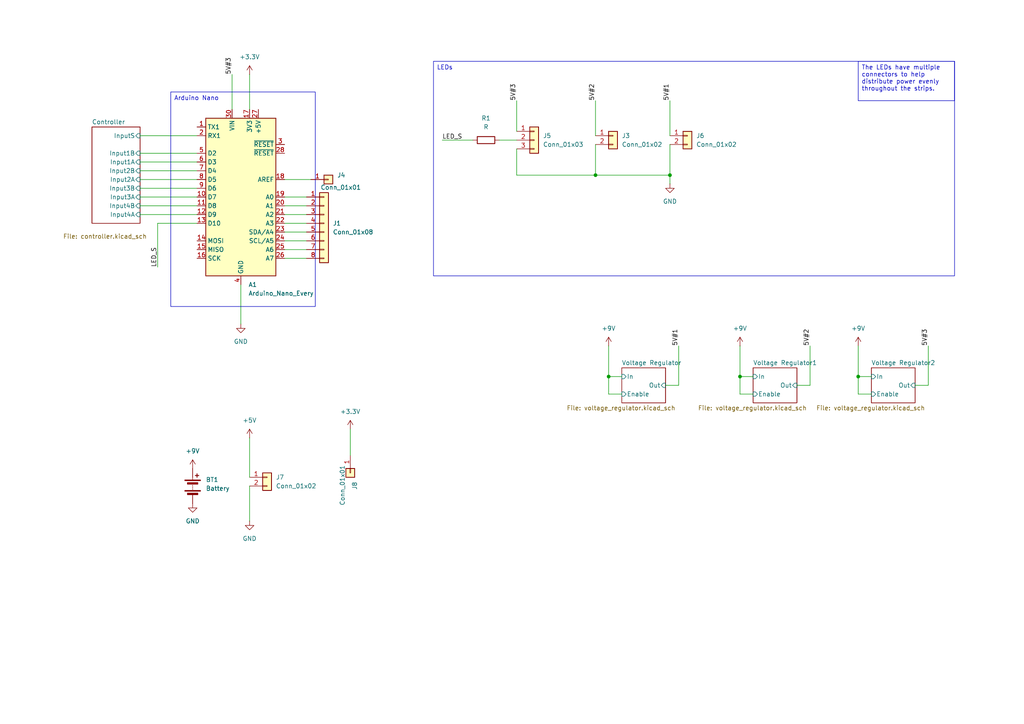
<source format=kicad_sch>
(kicad_sch
	(version 20231120)
	(generator "eeschema")
	(generator_version "8.0")
	(uuid "ff63bc24-941d-4483-9b8a-1a025ec06db8")
	(paper "A4")
	(lib_symbols
		(symbol "Connector_Generic:Conn_01x01"
			(pin_names
				(offset 1.016) hide)
			(exclude_from_sim no)
			(in_bom yes)
			(on_board yes)
			(property "Reference" "J"
				(at 0 2.54 0)
				(effects
					(font
						(size 1.27 1.27)
					)
				)
			)
			(property "Value" "Conn_01x01"
				(at 0 -2.54 0)
				(effects
					(font
						(size 1.27 1.27)
					)
				)
			)
			(property "Footprint" ""
				(at 0 0 0)
				(effects
					(font
						(size 1.27 1.27)
					)
					(hide yes)
				)
			)
			(property "Datasheet" "~"
				(at 0 0 0)
				(effects
					(font
						(size 1.27 1.27)
					)
					(hide yes)
				)
			)
			(property "Description" "Generic connector, single row, 01x01, script generated (kicad-library-utils/schlib/autogen/connector/)"
				(at 0 0 0)
				(effects
					(font
						(size 1.27 1.27)
					)
					(hide yes)
				)
			)
			(property "ki_keywords" "connector"
				(at 0 0 0)
				(effects
					(font
						(size 1.27 1.27)
					)
					(hide yes)
				)
			)
			(property "ki_fp_filters" "Connector*:*_1x??_*"
				(at 0 0 0)
				(effects
					(font
						(size 1.27 1.27)
					)
					(hide yes)
				)
			)
			(symbol "Conn_01x01_1_1"
				(rectangle
					(start -1.27 0.127)
					(end 0 -0.127)
					(stroke
						(width 0.1524)
						(type default)
					)
					(fill
						(type none)
					)
				)
				(rectangle
					(start -1.27 1.27)
					(end 1.27 -1.27)
					(stroke
						(width 0.254)
						(type default)
					)
					(fill
						(type background)
					)
				)
				(pin passive line
					(at -5.08 0 0)
					(length 3.81)
					(name "Pin_1"
						(effects
							(font
								(size 1.27 1.27)
							)
						)
					)
					(number "1"
						(effects
							(font
								(size 1.27 1.27)
							)
						)
					)
				)
			)
		)
		(symbol "Connector_Generic:Conn_01x02"
			(pin_names
				(offset 1.016) hide)
			(exclude_from_sim no)
			(in_bom yes)
			(on_board yes)
			(property "Reference" "J"
				(at 0 2.54 0)
				(effects
					(font
						(size 1.27 1.27)
					)
				)
			)
			(property "Value" "Conn_01x02"
				(at 0 -5.08 0)
				(effects
					(font
						(size 1.27 1.27)
					)
				)
			)
			(property "Footprint" ""
				(at 0 0 0)
				(effects
					(font
						(size 1.27 1.27)
					)
					(hide yes)
				)
			)
			(property "Datasheet" "~"
				(at 0 0 0)
				(effects
					(font
						(size 1.27 1.27)
					)
					(hide yes)
				)
			)
			(property "Description" "Generic connector, single row, 01x02, script generated (kicad-library-utils/schlib/autogen/connector/)"
				(at 0 0 0)
				(effects
					(font
						(size 1.27 1.27)
					)
					(hide yes)
				)
			)
			(property "ki_keywords" "connector"
				(at 0 0 0)
				(effects
					(font
						(size 1.27 1.27)
					)
					(hide yes)
				)
			)
			(property "ki_fp_filters" "Connector*:*_1x??_*"
				(at 0 0 0)
				(effects
					(font
						(size 1.27 1.27)
					)
					(hide yes)
				)
			)
			(symbol "Conn_01x02_1_1"
				(rectangle
					(start -1.27 -2.413)
					(end 0 -2.667)
					(stroke
						(width 0.1524)
						(type default)
					)
					(fill
						(type none)
					)
				)
				(rectangle
					(start -1.27 0.127)
					(end 0 -0.127)
					(stroke
						(width 0.1524)
						(type default)
					)
					(fill
						(type none)
					)
				)
				(rectangle
					(start -1.27 1.27)
					(end 1.27 -3.81)
					(stroke
						(width 0.254)
						(type default)
					)
					(fill
						(type background)
					)
				)
				(pin passive line
					(at -5.08 0 0)
					(length 3.81)
					(name "Pin_1"
						(effects
							(font
								(size 1.27 1.27)
							)
						)
					)
					(number "1"
						(effects
							(font
								(size 1.27 1.27)
							)
						)
					)
				)
				(pin passive line
					(at -5.08 -2.54 0)
					(length 3.81)
					(name "Pin_2"
						(effects
							(font
								(size 1.27 1.27)
							)
						)
					)
					(number "2"
						(effects
							(font
								(size 1.27 1.27)
							)
						)
					)
				)
			)
		)
		(symbol "Connector_Generic:Conn_01x03"
			(pin_names
				(offset 1.016) hide)
			(exclude_from_sim no)
			(in_bom yes)
			(on_board yes)
			(property "Reference" "J"
				(at 0 5.08 0)
				(effects
					(font
						(size 1.27 1.27)
					)
				)
			)
			(property "Value" "Conn_01x03"
				(at 0 -5.08 0)
				(effects
					(font
						(size 1.27 1.27)
					)
				)
			)
			(property "Footprint" ""
				(at 0 0 0)
				(effects
					(font
						(size 1.27 1.27)
					)
					(hide yes)
				)
			)
			(property "Datasheet" "~"
				(at 0 0 0)
				(effects
					(font
						(size 1.27 1.27)
					)
					(hide yes)
				)
			)
			(property "Description" "Generic connector, single row, 01x03, script generated (kicad-library-utils/schlib/autogen/connector/)"
				(at 0 0 0)
				(effects
					(font
						(size 1.27 1.27)
					)
					(hide yes)
				)
			)
			(property "ki_keywords" "connector"
				(at 0 0 0)
				(effects
					(font
						(size 1.27 1.27)
					)
					(hide yes)
				)
			)
			(property "ki_fp_filters" "Connector*:*_1x??_*"
				(at 0 0 0)
				(effects
					(font
						(size 1.27 1.27)
					)
					(hide yes)
				)
			)
			(symbol "Conn_01x03_1_1"
				(rectangle
					(start -1.27 -2.413)
					(end 0 -2.667)
					(stroke
						(width 0.1524)
						(type default)
					)
					(fill
						(type none)
					)
				)
				(rectangle
					(start -1.27 0.127)
					(end 0 -0.127)
					(stroke
						(width 0.1524)
						(type default)
					)
					(fill
						(type none)
					)
				)
				(rectangle
					(start -1.27 2.667)
					(end 0 2.413)
					(stroke
						(width 0.1524)
						(type default)
					)
					(fill
						(type none)
					)
				)
				(rectangle
					(start -1.27 3.81)
					(end 1.27 -3.81)
					(stroke
						(width 0.254)
						(type default)
					)
					(fill
						(type background)
					)
				)
				(pin passive line
					(at -5.08 2.54 0)
					(length 3.81)
					(name "Pin_1"
						(effects
							(font
								(size 1.27 1.27)
							)
						)
					)
					(number "1"
						(effects
							(font
								(size 1.27 1.27)
							)
						)
					)
				)
				(pin passive line
					(at -5.08 0 0)
					(length 3.81)
					(name "Pin_2"
						(effects
							(font
								(size 1.27 1.27)
							)
						)
					)
					(number "2"
						(effects
							(font
								(size 1.27 1.27)
							)
						)
					)
				)
				(pin passive line
					(at -5.08 -2.54 0)
					(length 3.81)
					(name "Pin_3"
						(effects
							(font
								(size 1.27 1.27)
							)
						)
					)
					(number "3"
						(effects
							(font
								(size 1.27 1.27)
							)
						)
					)
				)
			)
		)
		(symbol "Connector_Generic:Conn_01x08"
			(pin_names
				(offset 1.016) hide)
			(exclude_from_sim no)
			(in_bom yes)
			(on_board yes)
			(property "Reference" "J"
				(at 0 10.16 0)
				(effects
					(font
						(size 1.27 1.27)
					)
				)
			)
			(property "Value" "Conn_01x08"
				(at 0 -12.7 0)
				(effects
					(font
						(size 1.27 1.27)
					)
				)
			)
			(property "Footprint" ""
				(at 0 0 0)
				(effects
					(font
						(size 1.27 1.27)
					)
					(hide yes)
				)
			)
			(property "Datasheet" "~"
				(at 0 0 0)
				(effects
					(font
						(size 1.27 1.27)
					)
					(hide yes)
				)
			)
			(property "Description" "Generic connector, single row, 01x08, script generated (kicad-library-utils/schlib/autogen/connector/)"
				(at 0 0 0)
				(effects
					(font
						(size 1.27 1.27)
					)
					(hide yes)
				)
			)
			(property "ki_keywords" "connector"
				(at 0 0 0)
				(effects
					(font
						(size 1.27 1.27)
					)
					(hide yes)
				)
			)
			(property "ki_fp_filters" "Connector*:*_1x??_*"
				(at 0 0 0)
				(effects
					(font
						(size 1.27 1.27)
					)
					(hide yes)
				)
			)
			(symbol "Conn_01x08_1_1"
				(rectangle
					(start -1.27 -10.033)
					(end 0 -10.287)
					(stroke
						(width 0.1524)
						(type default)
					)
					(fill
						(type none)
					)
				)
				(rectangle
					(start -1.27 -7.493)
					(end 0 -7.747)
					(stroke
						(width 0.1524)
						(type default)
					)
					(fill
						(type none)
					)
				)
				(rectangle
					(start -1.27 -4.953)
					(end 0 -5.207)
					(stroke
						(width 0.1524)
						(type default)
					)
					(fill
						(type none)
					)
				)
				(rectangle
					(start -1.27 -2.413)
					(end 0 -2.667)
					(stroke
						(width 0.1524)
						(type default)
					)
					(fill
						(type none)
					)
				)
				(rectangle
					(start -1.27 0.127)
					(end 0 -0.127)
					(stroke
						(width 0.1524)
						(type default)
					)
					(fill
						(type none)
					)
				)
				(rectangle
					(start -1.27 2.667)
					(end 0 2.413)
					(stroke
						(width 0.1524)
						(type default)
					)
					(fill
						(type none)
					)
				)
				(rectangle
					(start -1.27 5.207)
					(end 0 4.953)
					(stroke
						(width 0.1524)
						(type default)
					)
					(fill
						(type none)
					)
				)
				(rectangle
					(start -1.27 7.747)
					(end 0 7.493)
					(stroke
						(width 0.1524)
						(type default)
					)
					(fill
						(type none)
					)
				)
				(rectangle
					(start -1.27 8.89)
					(end 1.27 -11.43)
					(stroke
						(width 0.254)
						(type default)
					)
					(fill
						(type background)
					)
				)
				(pin passive line
					(at -5.08 7.62 0)
					(length 3.81)
					(name "Pin_1"
						(effects
							(font
								(size 1.27 1.27)
							)
						)
					)
					(number "1"
						(effects
							(font
								(size 1.27 1.27)
							)
						)
					)
				)
				(pin passive line
					(at -5.08 5.08 0)
					(length 3.81)
					(name "Pin_2"
						(effects
							(font
								(size 1.27 1.27)
							)
						)
					)
					(number "2"
						(effects
							(font
								(size 1.27 1.27)
							)
						)
					)
				)
				(pin passive line
					(at -5.08 2.54 0)
					(length 3.81)
					(name "Pin_3"
						(effects
							(font
								(size 1.27 1.27)
							)
						)
					)
					(number "3"
						(effects
							(font
								(size 1.27 1.27)
							)
						)
					)
				)
				(pin passive line
					(at -5.08 0 0)
					(length 3.81)
					(name "Pin_4"
						(effects
							(font
								(size 1.27 1.27)
							)
						)
					)
					(number "4"
						(effects
							(font
								(size 1.27 1.27)
							)
						)
					)
				)
				(pin passive line
					(at -5.08 -2.54 0)
					(length 3.81)
					(name "Pin_5"
						(effects
							(font
								(size 1.27 1.27)
							)
						)
					)
					(number "5"
						(effects
							(font
								(size 1.27 1.27)
							)
						)
					)
				)
				(pin passive line
					(at -5.08 -5.08 0)
					(length 3.81)
					(name "Pin_6"
						(effects
							(font
								(size 1.27 1.27)
							)
						)
					)
					(number "6"
						(effects
							(font
								(size 1.27 1.27)
							)
						)
					)
				)
				(pin passive line
					(at -5.08 -7.62 0)
					(length 3.81)
					(name "Pin_7"
						(effects
							(font
								(size 1.27 1.27)
							)
						)
					)
					(number "7"
						(effects
							(font
								(size 1.27 1.27)
							)
						)
					)
				)
				(pin passive line
					(at -5.08 -10.16 0)
					(length 3.81)
					(name "Pin_8"
						(effects
							(font
								(size 1.27 1.27)
							)
						)
					)
					(number "8"
						(effects
							(font
								(size 1.27 1.27)
							)
						)
					)
				)
			)
		)
		(symbol "Device:Battery"
			(pin_numbers hide)
			(pin_names
				(offset 0) hide)
			(exclude_from_sim no)
			(in_bom yes)
			(on_board yes)
			(property "Reference" "BT"
				(at 2.54 2.54 0)
				(effects
					(font
						(size 1.27 1.27)
					)
					(justify left)
				)
			)
			(property "Value" "Battery"
				(at 2.54 0 0)
				(effects
					(font
						(size 1.27 1.27)
					)
					(justify left)
				)
			)
			(property "Footprint" ""
				(at 0 1.524 90)
				(effects
					(font
						(size 1.27 1.27)
					)
					(hide yes)
				)
			)
			(property "Datasheet" "~"
				(at 0 1.524 90)
				(effects
					(font
						(size 1.27 1.27)
					)
					(hide yes)
				)
			)
			(property "Description" "Multiple-cell battery"
				(at 0 0 0)
				(effects
					(font
						(size 1.27 1.27)
					)
					(hide yes)
				)
			)
			(property "ki_keywords" "batt voltage-source cell"
				(at 0 0 0)
				(effects
					(font
						(size 1.27 1.27)
					)
					(hide yes)
				)
			)
			(symbol "Battery_0_1"
				(rectangle
					(start -2.286 -1.27)
					(end 2.286 -1.524)
					(stroke
						(width 0)
						(type default)
					)
					(fill
						(type outline)
					)
				)
				(rectangle
					(start -2.286 1.778)
					(end 2.286 1.524)
					(stroke
						(width 0)
						(type default)
					)
					(fill
						(type outline)
					)
				)
				(rectangle
					(start -1.524 -2.032)
					(end 1.524 -2.54)
					(stroke
						(width 0)
						(type default)
					)
					(fill
						(type outline)
					)
				)
				(rectangle
					(start -1.524 1.016)
					(end 1.524 0.508)
					(stroke
						(width 0)
						(type default)
					)
					(fill
						(type outline)
					)
				)
				(polyline
					(pts
						(xy 0 -1.016) (xy 0 -0.762)
					)
					(stroke
						(width 0)
						(type default)
					)
					(fill
						(type none)
					)
				)
				(polyline
					(pts
						(xy 0 -0.508) (xy 0 -0.254)
					)
					(stroke
						(width 0)
						(type default)
					)
					(fill
						(type none)
					)
				)
				(polyline
					(pts
						(xy 0 0) (xy 0 0.254)
					)
					(stroke
						(width 0)
						(type default)
					)
					(fill
						(type none)
					)
				)
				(polyline
					(pts
						(xy 0 1.778) (xy 0 2.54)
					)
					(stroke
						(width 0)
						(type default)
					)
					(fill
						(type none)
					)
				)
				(polyline
					(pts
						(xy 0.762 3.048) (xy 1.778 3.048)
					)
					(stroke
						(width 0.254)
						(type default)
					)
					(fill
						(type none)
					)
				)
				(polyline
					(pts
						(xy 1.27 3.556) (xy 1.27 2.54)
					)
					(stroke
						(width 0.254)
						(type default)
					)
					(fill
						(type none)
					)
				)
			)
			(symbol "Battery_1_1"
				(pin passive line
					(at 0 5.08 270)
					(length 2.54)
					(name "+"
						(effects
							(font
								(size 1.27 1.27)
							)
						)
					)
					(number "1"
						(effects
							(font
								(size 1.27 1.27)
							)
						)
					)
				)
				(pin passive line
					(at 0 -5.08 90)
					(length 2.54)
					(name "-"
						(effects
							(font
								(size 1.27 1.27)
							)
						)
					)
					(number "2"
						(effects
							(font
								(size 1.27 1.27)
							)
						)
					)
				)
			)
		)
		(symbol "Device:R"
			(pin_numbers hide)
			(pin_names
				(offset 0)
			)
			(exclude_from_sim no)
			(in_bom yes)
			(on_board yes)
			(property "Reference" "R"
				(at 2.032 0 90)
				(effects
					(font
						(size 1.27 1.27)
					)
				)
			)
			(property "Value" "R"
				(at 0 0 90)
				(effects
					(font
						(size 1.27 1.27)
					)
				)
			)
			(property "Footprint" ""
				(at -1.778 0 90)
				(effects
					(font
						(size 1.27 1.27)
					)
					(hide yes)
				)
			)
			(property "Datasheet" "~"
				(at 0 0 0)
				(effects
					(font
						(size 1.27 1.27)
					)
					(hide yes)
				)
			)
			(property "Description" "Resistor"
				(at 0 0 0)
				(effects
					(font
						(size 1.27 1.27)
					)
					(hide yes)
				)
			)
			(property "ki_keywords" "R res resistor"
				(at 0 0 0)
				(effects
					(font
						(size 1.27 1.27)
					)
					(hide yes)
				)
			)
			(property "ki_fp_filters" "R_*"
				(at 0 0 0)
				(effects
					(font
						(size 1.27 1.27)
					)
					(hide yes)
				)
			)
			(symbol "R_0_1"
				(rectangle
					(start -1.016 -2.54)
					(end 1.016 2.54)
					(stroke
						(width 0.254)
						(type default)
					)
					(fill
						(type none)
					)
				)
			)
			(symbol "R_1_1"
				(pin passive line
					(at 0 3.81 270)
					(length 1.27)
					(name "~"
						(effects
							(font
								(size 1.27 1.27)
							)
						)
					)
					(number "1"
						(effects
							(font
								(size 1.27 1.27)
							)
						)
					)
				)
				(pin passive line
					(at 0 -3.81 90)
					(length 1.27)
					(name "~"
						(effects
							(font
								(size 1.27 1.27)
							)
						)
					)
					(number "2"
						(effects
							(font
								(size 1.27 1.27)
							)
						)
					)
				)
			)
		)
		(symbol "MCU_Module:Arduino_Nano_Every"
			(exclude_from_sim no)
			(in_bom yes)
			(on_board yes)
			(property "Reference" "A"
				(at -10.16 23.495 0)
				(effects
					(font
						(size 1.27 1.27)
					)
					(justify left bottom)
				)
			)
			(property "Value" "Arduino_Nano_Every"
				(at 5.08 -24.13 0)
				(effects
					(font
						(size 1.27 1.27)
					)
					(justify left top)
				)
			)
			(property "Footprint" "Module:Arduino_Nano"
				(at 0 0 0)
				(effects
					(font
						(size 1.27 1.27)
						(italic yes)
					)
					(hide yes)
				)
			)
			(property "Datasheet" "https://content.arduino.cc/assets/NANOEveryV3.0_sch.pdf"
				(at 0 0 0)
				(effects
					(font
						(size 1.27 1.27)
					)
					(hide yes)
				)
			)
			(property "Description" "Arduino Nano Every"
				(at 0 0 0)
				(effects
					(font
						(size 1.27 1.27)
					)
					(hide yes)
				)
			)
			(property "ki_keywords" "Arduino nano microcontroller module USB UPDI AATMega4809 AVR"
				(at 0 0 0)
				(effects
					(font
						(size 1.27 1.27)
					)
					(hide yes)
				)
			)
			(property "ki_fp_filters" "Arduino*Nano*"
				(at 0 0 0)
				(effects
					(font
						(size 1.27 1.27)
					)
					(hide yes)
				)
			)
			(symbol "Arduino_Nano_Every_0_1"
				(rectangle
					(start -10.16 22.86)
					(end 10.16 -22.86)
					(stroke
						(width 0.254)
						(type default)
					)
					(fill
						(type background)
					)
				)
			)
			(symbol "Arduino_Nano_Every_1_1"
				(pin bidirectional line
					(at -12.7 20.32 0)
					(length 2.54)
					(name "TX1"
						(effects
							(font
								(size 1.27 1.27)
							)
						)
					)
					(number "1"
						(effects
							(font
								(size 1.27 1.27)
							)
						)
					)
				)
				(pin bidirectional line
					(at -12.7 0 0)
					(length 2.54)
					(name "D7"
						(effects
							(font
								(size 1.27 1.27)
							)
						)
					)
					(number "10"
						(effects
							(font
								(size 1.27 1.27)
							)
						)
					)
				)
				(pin bidirectional line
					(at -12.7 -2.54 0)
					(length 2.54)
					(name "D8"
						(effects
							(font
								(size 1.27 1.27)
							)
						)
					)
					(number "11"
						(effects
							(font
								(size 1.27 1.27)
							)
						)
					)
				)
				(pin bidirectional line
					(at -12.7 -5.08 0)
					(length 2.54)
					(name "D9"
						(effects
							(font
								(size 1.27 1.27)
							)
						)
					)
					(number "12"
						(effects
							(font
								(size 1.27 1.27)
							)
						)
					)
				)
				(pin bidirectional line
					(at -12.7 -7.62 0)
					(length 2.54)
					(name "D10"
						(effects
							(font
								(size 1.27 1.27)
							)
						)
					)
					(number "13"
						(effects
							(font
								(size 1.27 1.27)
							)
						)
					)
				)
				(pin bidirectional line
					(at -12.7 -12.7 0)
					(length 2.54)
					(name "MOSI"
						(effects
							(font
								(size 1.27 1.27)
							)
						)
					)
					(number "14"
						(effects
							(font
								(size 1.27 1.27)
							)
						)
					)
				)
				(pin bidirectional line
					(at -12.7 -15.24 0)
					(length 2.54)
					(name "MISO"
						(effects
							(font
								(size 1.27 1.27)
							)
						)
					)
					(number "15"
						(effects
							(font
								(size 1.27 1.27)
							)
						)
					)
				)
				(pin bidirectional line
					(at -12.7 -17.78 0)
					(length 2.54)
					(name "SCK"
						(effects
							(font
								(size 1.27 1.27)
							)
						)
					)
					(number "16"
						(effects
							(font
								(size 1.27 1.27)
							)
						)
					)
				)
				(pin power_out line
					(at 2.54 25.4 270)
					(length 2.54)
					(name "3V3"
						(effects
							(font
								(size 1.27 1.27)
							)
						)
					)
					(number "17"
						(effects
							(font
								(size 1.27 1.27)
							)
						)
					)
				)
				(pin input line
					(at 12.7 5.08 180)
					(length 2.54)
					(name "AREF"
						(effects
							(font
								(size 1.27 1.27)
							)
						)
					)
					(number "18"
						(effects
							(font
								(size 1.27 1.27)
							)
						)
					)
				)
				(pin bidirectional line
					(at 12.7 0 180)
					(length 2.54)
					(name "A0"
						(effects
							(font
								(size 1.27 1.27)
							)
						)
					)
					(number "19"
						(effects
							(font
								(size 1.27 1.27)
							)
						)
					)
				)
				(pin bidirectional line
					(at -12.7 17.78 0)
					(length 2.54)
					(name "RX1"
						(effects
							(font
								(size 1.27 1.27)
							)
						)
					)
					(number "2"
						(effects
							(font
								(size 1.27 1.27)
							)
						)
					)
				)
				(pin bidirectional line
					(at 12.7 -2.54 180)
					(length 2.54)
					(name "A1"
						(effects
							(font
								(size 1.27 1.27)
							)
						)
					)
					(number "20"
						(effects
							(font
								(size 1.27 1.27)
							)
						)
					)
				)
				(pin bidirectional line
					(at 12.7 -5.08 180)
					(length 2.54)
					(name "A2"
						(effects
							(font
								(size 1.27 1.27)
							)
						)
					)
					(number "21"
						(effects
							(font
								(size 1.27 1.27)
							)
						)
					)
				)
				(pin bidirectional line
					(at 12.7 -7.62 180)
					(length 2.54)
					(name "A3"
						(effects
							(font
								(size 1.27 1.27)
							)
						)
					)
					(number "22"
						(effects
							(font
								(size 1.27 1.27)
							)
						)
					)
				)
				(pin bidirectional line
					(at 12.7 -10.16 180)
					(length 2.54)
					(name "SDA/A4"
						(effects
							(font
								(size 1.27 1.27)
							)
						)
					)
					(number "23"
						(effects
							(font
								(size 1.27 1.27)
							)
						)
					)
				)
				(pin bidirectional line
					(at 12.7 -12.7 180)
					(length 2.54)
					(name "SCL/A5"
						(effects
							(font
								(size 1.27 1.27)
							)
						)
					)
					(number "24"
						(effects
							(font
								(size 1.27 1.27)
							)
						)
					)
				)
				(pin bidirectional line
					(at 12.7 -15.24 180)
					(length 2.54)
					(name "A6"
						(effects
							(font
								(size 1.27 1.27)
							)
						)
					)
					(number "25"
						(effects
							(font
								(size 1.27 1.27)
							)
						)
					)
				)
				(pin bidirectional line
					(at 12.7 -17.78 180)
					(length 2.54)
					(name "A7"
						(effects
							(font
								(size 1.27 1.27)
							)
						)
					)
					(number "26"
						(effects
							(font
								(size 1.27 1.27)
							)
						)
					)
				)
				(pin power_out line
					(at 5.08 25.4 270)
					(length 2.54)
					(name "+5V"
						(effects
							(font
								(size 1.27 1.27)
							)
						)
					)
					(number "27"
						(effects
							(font
								(size 1.27 1.27)
							)
						)
					)
				)
				(pin input line
					(at 12.7 12.7 180)
					(length 2.54)
					(name "~{RESET}"
						(effects
							(font
								(size 1.27 1.27)
							)
						)
					)
					(number "28"
						(effects
							(font
								(size 1.27 1.27)
							)
						)
					)
				)
				(pin passive line
					(at 0 -25.4 90)
					(length 2.54) hide
					(name "GND"
						(effects
							(font
								(size 1.27 1.27)
							)
						)
					)
					(number "29"
						(effects
							(font
								(size 1.27 1.27)
							)
						)
					)
				)
				(pin input line
					(at 12.7 15.24 180)
					(length 2.54)
					(name "~{RESET}"
						(effects
							(font
								(size 1.27 1.27)
							)
						)
					)
					(number "3"
						(effects
							(font
								(size 1.27 1.27)
							)
						)
					)
				)
				(pin power_in line
					(at -2.54 25.4 270)
					(length 2.54)
					(name "VIN"
						(effects
							(font
								(size 1.27 1.27)
							)
						)
					)
					(number "30"
						(effects
							(font
								(size 1.27 1.27)
							)
						)
					)
				)
				(pin power_in line
					(at 0 -25.4 90)
					(length 2.54)
					(name "GND"
						(effects
							(font
								(size 1.27 1.27)
							)
						)
					)
					(number "4"
						(effects
							(font
								(size 1.27 1.27)
							)
						)
					)
				)
				(pin bidirectional line
					(at -12.7 12.7 0)
					(length 2.54)
					(name "D2"
						(effects
							(font
								(size 1.27 1.27)
							)
						)
					)
					(number "5"
						(effects
							(font
								(size 1.27 1.27)
							)
						)
					)
				)
				(pin bidirectional line
					(at -12.7 10.16 0)
					(length 2.54)
					(name "D3"
						(effects
							(font
								(size 1.27 1.27)
							)
						)
					)
					(number "6"
						(effects
							(font
								(size 1.27 1.27)
							)
						)
					)
				)
				(pin bidirectional line
					(at -12.7 7.62 0)
					(length 2.54)
					(name "D4"
						(effects
							(font
								(size 1.27 1.27)
							)
						)
					)
					(number "7"
						(effects
							(font
								(size 1.27 1.27)
							)
						)
					)
				)
				(pin bidirectional line
					(at -12.7 5.08 0)
					(length 2.54)
					(name "D5"
						(effects
							(font
								(size 1.27 1.27)
							)
						)
					)
					(number "8"
						(effects
							(font
								(size 1.27 1.27)
							)
						)
					)
				)
				(pin bidirectional line
					(at -12.7 2.54 0)
					(length 2.54)
					(name "D6"
						(effects
							(font
								(size 1.27 1.27)
							)
						)
					)
					(number "9"
						(effects
							(font
								(size 1.27 1.27)
							)
						)
					)
				)
			)
		)
		(symbol "power:+3.3V"
			(power)
			(pin_numbers hide)
			(pin_names
				(offset 0) hide)
			(exclude_from_sim no)
			(in_bom yes)
			(on_board yes)
			(property "Reference" "#PWR"
				(at 0 -3.81 0)
				(effects
					(font
						(size 1.27 1.27)
					)
					(hide yes)
				)
			)
			(property "Value" "+3.3V"
				(at 0 3.556 0)
				(effects
					(font
						(size 1.27 1.27)
					)
				)
			)
			(property "Footprint" ""
				(at 0 0 0)
				(effects
					(font
						(size 1.27 1.27)
					)
					(hide yes)
				)
			)
			(property "Datasheet" ""
				(at 0 0 0)
				(effects
					(font
						(size 1.27 1.27)
					)
					(hide yes)
				)
			)
			(property "Description" "Power symbol creates a global label with name \"+3.3V\""
				(at 0 0 0)
				(effects
					(font
						(size 1.27 1.27)
					)
					(hide yes)
				)
			)
			(property "ki_keywords" "global power"
				(at 0 0 0)
				(effects
					(font
						(size 1.27 1.27)
					)
					(hide yes)
				)
			)
			(symbol "+3.3V_0_1"
				(polyline
					(pts
						(xy -0.762 1.27) (xy 0 2.54)
					)
					(stroke
						(width 0)
						(type default)
					)
					(fill
						(type none)
					)
				)
				(polyline
					(pts
						(xy 0 0) (xy 0 2.54)
					)
					(stroke
						(width 0)
						(type default)
					)
					(fill
						(type none)
					)
				)
				(polyline
					(pts
						(xy 0 2.54) (xy 0.762 1.27)
					)
					(stroke
						(width 0)
						(type default)
					)
					(fill
						(type none)
					)
				)
			)
			(symbol "+3.3V_1_1"
				(pin power_in line
					(at 0 0 90)
					(length 0)
					(name "~"
						(effects
							(font
								(size 1.27 1.27)
							)
						)
					)
					(number "1"
						(effects
							(font
								(size 1.27 1.27)
							)
						)
					)
				)
			)
		)
		(symbol "power:+5V"
			(power)
			(pin_numbers hide)
			(pin_names
				(offset 0) hide)
			(exclude_from_sim no)
			(in_bom yes)
			(on_board yes)
			(property "Reference" "#PWR"
				(at 0 -3.81 0)
				(effects
					(font
						(size 1.27 1.27)
					)
					(hide yes)
				)
			)
			(property "Value" "+5V"
				(at 0 3.556 0)
				(effects
					(font
						(size 1.27 1.27)
					)
				)
			)
			(property "Footprint" ""
				(at 0 0 0)
				(effects
					(font
						(size 1.27 1.27)
					)
					(hide yes)
				)
			)
			(property "Datasheet" ""
				(at 0 0 0)
				(effects
					(font
						(size 1.27 1.27)
					)
					(hide yes)
				)
			)
			(property "Description" "Power symbol creates a global label with name \"+5V\""
				(at 0 0 0)
				(effects
					(font
						(size 1.27 1.27)
					)
					(hide yes)
				)
			)
			(property "ki_keywords" "global power"
				(at 0 0 0)
				(effects
					(font
						(size 1.27 1.27)
					)
					(hide yes)
				)
			)
			(symbol "+5V_0_1"
				(polyline
					(pts
						(xy -0.762 1.27) (xy 0 2.54)
					)
					(stroke
						(width 0)
						(type default)
					)
					(fill
						(type none)
					)
				)
				(polyline
					(pts
						(xy 0 0) (xy 0 2.54)
					)
					(stroke
						(width 0)
						(type default)
					)
					(fill
						(type none)
					)
				)
				(polyline
					(pts
						(xy 0 2.54) (xy 0.762 1.27)
					)
					(stroke
						(width 0)
						(type default)
					)
					(fill
						(type none)
					)
				)
			)
			(symbol "+5V_1_1"
				(pin power_in line
					(at 0 0 90)
					(length 0)
					(name "~"
						(effects
							(font
								(size 1.27 1.27)
							)
						)
					)
					(number "1"
						(effects
							(font
								(size 1.27 1.27)
							)
						)
					)
				)
			)
		)
		(symbol "power:+9V"
			(power)
			(pin_numbers hide)
			(pin_names
				(offset 0) hide)
			(exclude_from_sim no)
			(in_bom yes)
			(on_board yes)
			(property "Reference" "#PWR"
				(at 0 -3.81 0)
				(effects
					(font
						(size 1.27 1.27)
					)
					(hide yes)
				)
			)
			(property "Value" "+9V"
				(at 0 3.556 0)
				(effects
					(font
						(size 1.27 1.27)
					)
				)
			)
			(property "Footprint" ""
				(at 0 0 0)
				(effects
					(font
						(size 1.27 1.27)
					)
					(hide yes)
				)
			)
			(property "Datasheet" ""
				(at 0 0 0)
				(effects
					(font
						(size 1.27 1.27)
					)
					(hide yes)
				)
			)
			(property "Description" "Power symbol creates a global label with name \"+9V\""
				(at 0 0 0)
				(effects
					(font
						(size 1.27 1.27)
					)
					(hide yes)
				)
			)
			(property "ki_keywords" "global power"
				(at 0 0 0)
				(effects
					(font
						(size 1.27 1.27)
					)
					(hide yes)
				)
			)
			(symbol "+9V_0_1"
				(polyline
					(pts
						(xy -0.762 1.27) (xy 0 2.54)
					)
					(stroke
						(width 0)
						(type default)
					)
					(fill
						(type none)
					)
				)
				(polyline
					(pts
						(xy 0 0) (xy 0 2.54)
					)
					(stroke
						(width 0)
						(type default)
					)
					(fill
						(type none)
					)
				)
				(polyline
					(pts
						(xy 0 2.54) (xy 0.762 1.27)
					)
					(stroke
						(width 0)
						(type default)
					)
					(fill
						(type none)
					)
				)
			)
			(symbol "+9V_1_1"
				(pin power_in line
					(at 0 0 90)
					(length 0)
					(name "~"
						(effects
							(font
								(size 1.27 1.27)
							)
						)
					)
					(number "1"
						(effects
							(font
								(size 1.27 1.27)
							)
						)
					)
				)
			)
		)
		(symbol "power:GND"
			(power)
			(pin_numbers hide)
			(pin_names
				(offset 0) hide)
			(exclude_from_sim no)
			(in_bom yes)
			(on_board yes)
			(property "Reference" "#PWR"
				(at 0 -6.35 0)
				(effects
					(font
						(size 1.27 1.27)
					)
					(hide yes)
				)
			)
			(property "Value" "GND"
				(at 0 -3.81 0)
				(effects
					(font
						(size 1.27 1.27)
					)
				)
			)
			(property "Footprint" ""
				(at 0 0 0)
				(effects
					(font
						(size 1.27 1.27)
					)
					(hide yes)
				)
			)
			(property "Datasheet" ""
				(at 0 0 0)
				(effects
					(font
						(size 1.27 1.27)
					)
					(hide yes)
				)
			)
			(property "Description" "Power symbol creates a global label with name \"GND\" , ground"
				(at 0 0 0)
				(effects
					(font
						(size 1.27 1.27)
					)
					(hide yes)
				)
			)
			(property "ki_keywords" "global power"
				(at 0 0 0)
				(effects
					(font
						(size 1.27 1.27)
					)
					(hide yes)
				)
			)
			(symbol "GND_0_1"
				(polyline
					(pts
						(xy 0 0) (xy 0 -1.27) (xy 1.27 -1.27) (xy 0 -2.54) (xy -1.27 -1.27) (xy 0 -1.27)
					)
					(stroke
						(width 0)
						(type default)
					)
					(fill
						(type none)
					)
				)
			)
			(symbol "GND_1_1"
				(pin power_in line
					(at 0 0 270)
					(length 0)
					(name "~"
						(effects
							(font
								(size 1.27 1.27)
							)
						)
					)
					(number "1"
						(effects
							(font
								(size 1.27 1.27)
							)
						)
					)
				)
			)
		)
	)
	(junction
		(at 176.53 109.22)
		(diameter 0)
		(color 0 0 0 0)
		(uuid "0461abea-e10f-414d-aae2-872a85710dfa")
	)
	(junction
		(at 194.31 50.8)
		(diameter 0)
		(color 0 0 0 0)
		(uuid "402ee8fa-37ce-4142-96a1-89f72d3e40b9")
	)
	(junction
		(at 248.92 109.22)
		(diameter 0)
		(color 0 0 0 0)
		(uuid "410a8145-1ceb-4216-9ef7-6ed943c135fe")
	)
	(junction
		(at 214.63 109.22)
		(diameter 0)
		(color 0 0 0 0)
		(uuid "81a39e60-bf4a-421f-9862-e3c8f4a9f3e0")
	)
	(junction
		(at 172.72 50.8)
		(diameter 0)
		(color 0 0 0 0)
		(uuid "9c2ad40f-8fd3-4424-bb7f-4fcc1d50b1f3")
	)
	(wire
		(pts
			(xy 214.63 114.3) (xy 218.44 114.3)
		)
		(stroke
			(width 0)
			(type default)
		)
		(uuid "0236a2e9-bd59-4881-a359-6ec48e49e8f5")
	)
	(wire
		(pts
			(xy 82.55 52.07) (xy 90.17 52.07)
		)
		(stroke
			(width 0)
			(type default)
		)
		(uuid "0ad113a7-1c35-4690-8dec-213f67d644d2")
	)
	(wire
		(pts
			(xy 72.39 127) (xy 72.39 138.43)
		)
		(stroke
			(width 0)
			(type default)
		)
		(uuid "11fa4f52-4ab5-47ce-94f2-c3d61ea30392")
	)
	(wire
		(pts
			(xy 40.64 49.53) (xy 57.15 49.53)
		)
		(stroke
			(width 0)
			(type default)
		)
		(uuid "120b8f5d-51aa-42ce-8e6e-cb20ee1dbcb9")
	)
	(wire
		(pts
			(xy 40.64 62.23) (xy 57.15 62.23)
		)
		(stroke
			(width 0)
			(type default)
		)
		(uuid "16f09780-e151-46c4-b008-9aa2471d97f4")
	)
	(wire
		(pts
			(xy 45.72 64.77) (xy 57.15 64.77)
		)
		(stroke
			(width 0)
			(type default)
		)
		(uuid "1dd80cb0-e02c-4d34-bb45-4d0c1c16a092")
	)
	(wire
		(pts
			(xy 172.72 50.8) (xy 194.31 50.8)
		)
		(stroke
			(width 0)
			(type default)
		)
		(uuid "2839034e-172a-4730-9045-ae1169a3310d")
	)
	(wire
		(pts
			(xy 214.63 100.33) (xy 214.63 109.22)
		)
		(stroke
			(width 0)
			(type default)
		)
		(uuid "2ef905f8-9c74-4e1e-a47c-88ec2238c948")
	)
	(wire
		(pts
			(xy 40.64 52.07) (xy 57.15 52.07)
		)
		(stroke
			(width 0)
			(type default)
		)
		(uuid "309eb0c1-f875-4957-afd8-3a1f8b25d7e7")
	)
	(wire
		(pts
			(xy 231.14 111.76) (xy 234.95 111.76)
		)
		(stroke
			(width 0)
			(type default)
		)
		(uuid "3173dcdf-617c-4b0d-b4c9-17ba1137efce")
	)
	(wire
		(pts
			(xy 248.92 109.22) (xy 252.73 109.22)
		)
		(stroke
			(width 0)
			(type default)
		)
		(uuid "3545bbf1-1fb4-4c66-9c76-e14c959571db")
	)
	(wire
		(pts
			(xy 176.53 109.22) (xy 180.34 109.22)
		)
		(stroke
			(width 0)
			(type default)
		)
		(uuid "375aafbb-56e0-497f-9e92-a31bc7b03f6a")
	)
	(wire
		(pts
			(xy 40.64 57.15) (xy 57.15 57.15)
		)
		(stroke
			(width 0)
			(type default)
		)
		(uuid "466172a2-7234-41da-b657-1af0378f7175")
	)
	(wire
		(pts
			(xy 248.92 109.22) (xy 248.92 114.3)
		)
		(stroke
			(width 0)
			(type default)
		)
		(uuid "48fa5bb6-2a9f-423d-bf28-547541122fa5")
	)
	(wire
		(pts
			(xy 149.86 50.8) (xy 172.72 50.8)
		)
		(stroke
			(width 0)
			(type default)
		)
		(uuid "4f58cd10-d0b1-47d3-a043-8601364b772d")
	)
	(wire
		(pts
			(xy 214.63 109.22) (xy 214.63 114.3)
		)
		(stroke
			(width 0)
			(type default)
		)
		(uuid "57d22db1-d400-4399-b975-6e2450a68520")
	)
	(wire
		(pts
			(xy 269.24 111.76) (xy 269.24 100.33)
		)
		(stroke
			(width 0)
			(type default)
		)
		(uuid "58350ff1-b5e5-46f6-878c-2a33f0105fd9")
	)
	(wire
		(pts
			(xy 45.72 77.47) (xy 45.72 64.77)
		)
		(stroke
			(width 0)
			(type default)
		)
		(uuid "58a43034-d55f-4992-bf81-e77276d1a39c")
	)
	(wire
		(pts
			(xy 214.63 109.22) (xy 218.44 109.22)
		)
		(stroke
			(width 0)
			(type default)
		)
		(uuid "5b04b879-7d6f-4058-9b11-541241d4acae")
	)
	(wire
		(pts
			(xy 194.31 50.8) (xy 194.31 53.34)
		)
		(stroke
			(width 0)
			(type default)
		)
		(uuid "5d01b6cf-4d9b-4e21-b177-9ae342ee2162")
	)
	(wire
		(pts
			(xy 149.86 29.21) (xy 149.86 38.1)
		)
		(stroke
			(width 0)
			(type default)
		)
		(uuid "5dde0657-2d14-4868-91a2-c8086edc350d")
	)
	(wire
		(pts
			(xy 40.64 59.69) (xy 57.15 59.69)
		)
		(stroke
			(width 0)
			(type default)
		)
		(uuid "63062cfb-8d5a-4710-a488-20d5ac6a4d2e")
	)
	(wire
		(pts
			(xy 72.39 140.97) (xy 72.39 151.13)
		)
		(stroke
			(width 0)
			(type default)
		)
		(uuid "6e136d7e-7f2f-4abd-8690-1be02a9a7268")
	)
	(wire
		(pts
			(xy 101.6 124.46) (xy 101.6 132.08)
		)
		(stroke
			(width 0)
			(type default)
		)
		(uuid "77d99bdf-c727-49de-9728-e6732a09f2b6")
	)
	(wire
		(pts
			(xy 265.43 111.76) (xy 269.24 111.76)
		)
		(stroke
			(width 0)
			(type default)
		)
		(uuid "7b1d3cba-cfea-4b57-99b5-fa92e86b227d")
	)
	(wire
		(pts
			(xy 194.31 29.21) (xy 194.31 39.37)
		)
		(stroke
			(width 0)
			(type default)
		)
		(uuid "816164e1-dbe8-4956-a96d-e49b1add3c3c")
	)
	(wire
		(pts
			(xy 248.92 114.3) (xy 252.73 114.3)
		)
		(stroke
			(width 0)
			(type default)
		)
		(uuid "82dbda87-eb41-4787-b35b-d0395cf3e289")
	)
	(wire
		(pts
			(xy 40.64 39.37) (xy 57.15 39.37)
		)
		(stroke
			(width 0)
			(type default)
		)
		(uuid "8433f460-25d2-491c-bac1-a3f51a8e30db")
	)
	(wire
		(pts
			(xy 82.55 67.31) (xy 88.9 67.31)
		)
		(stroke
			(width 0)
			(type default)
		)
		(uuid "86000951-b3b1-4055-a376-97f5cb0cc8cd")
	)
	(wire
		(pts
			(xy 149.86 43.18) (xy 149.86 50.8)
		)
		(stroke
			(width 0)
			(type default)
		)
		(uuid "88064246-242d-4d42-845c-46cfbaab088a")
	)
	(wire
		(pts
			(xy 40.64 54.61) (xy 57.15 54.61)
		)
		(stroke
			(width 0)
			(type default)
		)
		(uuid "891ccfa5-b3ce-4b98-b2d0-fd3d665a8fb6")
	)
	(wire
		(pts
			(xy 144.78 40.64) (xy 149.86 40.64)
		)
		(stroke
			(width 0)
			(type default)
		)
		(uuid "897405c9-599a-4359-ab2f-150f9281f8e4")
	)
	(wire
		(pts
			(xy 196.85 111.76) (xy 196.85 100.33)
		)
		(stroke
			(width 0)
			(type default)
		)
		(uuid "8a71423a-478c-48a0-84fd-ac5f24f3742c")
	)
	(wire
		(pts
			(xy 82.55 64.77) (xy 88.9 64.77)
		)
		(stroke
			(width 0)
			(type default)
		)
		(uuid "8c5c19cd-9c98-49d2-8d31-10cb3622d595")
	)
	(wire
		(pts
			(xy 172.72 41.91) (xy 172.72 50.8)
		)
		(stroke
			(width 0)
			(type default)
		)
		(uuid "8e75da22-80a1-4f21-b73d-bc518cf74046")
	)
	(wire
		(pts
			(xy 82.55 74.93) (xy 88.9 74.93)
		)
		(stroke
			(width 0)
			(type default)
		)
		(uuid "a917a4d9-ea91-4114-88d7-463bebc5b98c")
	)
	(wire
		(pts
			(xy 40.64 46.99) (xy 57.15 46.99)
		)
		(stroke
			(width 0)
			(type default)
		)
		(uuid "b0612fa4-e8ee-4706-97e9-ea14970a30c9")
	)
	(wire
		(pts
			(xy 176.53 100.33) (xy 176.53 109.22)
		)
		(stroke
			(width 0)
			(type default)
		)
		(uuid "b31a5aa0-ab84-4016-a341-dd9179378430")
	)
	(wire
		(pts
			(xy 72.39 21.59) (xy 72.39 31.75)
		)
		(stroke
			(width 0)
			(type default)
		)
		(uuid "ba30bd7e-56bd-4ae3-8648-e15052076df0")
	)
	(wire
		(pts
			(xy 194.31 41.91) (xy 194.31 50.8)
		)
		(stroke
			(width 0)
			(type default)
		)
		(uuid "c0c85633-2fb4-41de-b8e5-9eb8c4f4491a")
	)
	(wire
		(pts
			(xy 82.55 62.23) (xy 88.9 62.23)
		)
		(stroke
			(width 0)
			(type default)
		)
		(uuid "c911da7e-f74e-4ae9-84d5-1a07e607df70")
	)
	(wire
		(pts
			(xy 40.64 44.45) (xy 57.15 44.45)
		)
		(stroke
			(width 0)
			(type default)
		)
		(uuid "cd46bc9e-711e-4184-87bc-441fe134655d")
	)
	(wire
		(pts
			(xy 176.53 109.22) (xy 176.53 114.3)
		)
		(stroke
			(width 0)
			(type default)
		)
		(uuid "cea6d326-bc78-48cb-887d-daa8bc5ba5e1")
	)
	(wire
		(pts
			(xy 248.92 100.33) (xy 248.92 109.22)
		)
		(stroke
			(width 0)
			(type default)
		)
		(uuid "d09d6315-0bae-4c1d-935b-2fe97fe894d0")
	)
	(wire
		(pts
			(xy 128.27 40.64) (xy 137.16 40.64)
		)
		(stroke
			(width 0)
			(type default)
		)
		(uuid "dc9a95d2-57b2-4eae-a6c6-6fa7b620bb19")
	)
	(wire
		(pts
			(xy 176.53 114.3) (xy 180.34 114.3)
		)
		(stroke
			(width 0)
			(type default)
		)
		(uuid "dff9fe5a-b6f0-4121-b246-24bc399c5c15")
	)
	(wire
		(pts
			(xy 193.04 111.76) (xy 196.85 111.76)
		)
		(stroke
			(width 0)
			(type default)
		)
		(uuid "e035c092-7d8c-4c49-aa50-fb8cb2be44b8")
	)
	(wire
		(pts
			(xy 67.31 21.59) (xy 67.31 31.75)
		)
		(stroke
			(width 0)
			(type default)
		)
		(uuid "e6f3e43e-80d2-4a94-84c3-7f04c1f8b8cf")
	)
	(wire
		(pts
			(xy 82.55 72.39) (xy 88.9 72.39)
		)
		(stroke
			(width 0)
			(type default)
		)
		(uuid "e9e4249f-a1b6-44cf-b460-ba19249d94c4")
	)
	(wire
		(pts
			(xy 172.72 29.21) (xy 172.72 39.37)
		)
		(stroke
			(width 0)
			(type default)
		)
		(uuid "ed49bf19-f29f-43ac-9d72-9277d5b2aad6")
	)
	(wire
		(pts
			(xy 234.95 111.76) (xy 234.95 100.33)
		)
		(stroke
			(width 0)
			(type default)
		)
		(uuid "ed719d22-9030-467d-acb4-e36b834d1805")
	)
	(wire
		(pts
			(xy 69.85 82.55) (xy 69.85 93.98)
		)
		(stroke
			(width 0)
			(type default)
		)
		(uuid "f2a25a89-8c5d-4316-8df3-79f696e6d9ba")
	)
	(wire
		(pts
			(xy 82.55 57.15) (xy 88.9 57.15)
		)
		(stroke
			(width 0)
			(type default)
		)
		(uuid "f6199806-4fa5-49ea-9518-74feff6ba339")
	)
	(wire
		(pts
			(xy 82.55 59.69) (xy 88.9 59.69)
		)
		(stroke
			(width 0)
			(type default)
		)
		(uuid "fa63b306-0f8e-4625-9a4f-9e43bb5730dd")
	)
	(wire
		(pts
			(xy 82.55 69.85) (xy 88.9 69.85)
		)
		(stroke
			(width 0)
			(type default)
		)
		(uuid "fb7eb48e-8cad-4f4b-8fc1-8563bf6ae088")
	)
	(text_box "Arduino Nano"
		(exclude_from_sim no)
		(at 49.53 26.67 0)
		(size 41.91 62.23)
		(stroke
			(width 0)
			(type default)
		)
		(fill
			(type none)
		)
		(effects
			(font
				(size 1.27 1.27)
			)
			(justify left top)
		)
		(uuid "34d1e2e9-7840-4e8a-b92e-3f9ffe285837")
	)
	(text_box "The LEDs have multiple connectors to help distribute power evenly throughout the strips."
		(exclude_from_sim no)
		(at 248.92 17.78 0)
		(size 27.94 11.43)
		(stroke
			(width 0)
			(type default)
		)
		(fill
			(type none)
		)
		(effects
			(font
				(size 1.27 1.27)
			)
			(justify left top)
		)
		(uuid "72752072-847e-43de-b232-3d3541bb4216")
	)
	(text_box "LEDs"
		(exclude_from_sim no)
		(at 125.73 17.78 0)
		(size 151.13 62.23)
		(stroke
			(width 0)
			(type default)
		)
		(fill
			(type none)
		)
		(effects
			(font
				(size 1.27 1.27)
			)
			(justify left top)
		)
		(uuid "b01a9d49-1a4c-498a-b201-33a5161d3da8")
	)
	(label "5V#3"
		(at 269.24 100.33 90)
		(fields_autoplaced yes)
		(effects
			(font
				(size 1.27 1.27)
			)
			(justify left bottom)
		)
		(uuid "08187af8-d080-4748-8721-ef9aa364a7ae")
	)
	(label "5V#2"
		(at 234.95 100.33 90)
		(fields_autoplaced yes)
		(effects
			(font
				(size 1.27 1.27)
			)
			(justify left bottom)
		)
		(uuid "1c4be014-867d-428b-bfa1-8a46034253d5")
	)
	(label "LED_S"
		(at 45.72 77.47 90)
		(fields_autoplaced yes)
		(effects
			(font
				(size 1.27 1.27)
			)
			(justify left bottom)
		)
		(uuid "29e8553c-4eed-4fe7-8c23-c104adf3856a")
	)
	(label "5V#3"
		(at 67.31 21.59 90)
		(fields_autoplaced yes)
		(effects
			(font
				(size 1.27 1.27)
			)
			(justify left bottom)
		)
		(uuid "3bb2090b-d927-44e9-88fb-c163d28a1dc7")
	)
	(label "5V#1"
		(at 196.85 100.33 90)
		(fields_autoplaced yes)
		(effects
			(font
				(size 1.27 1.27)
			)
			(justify left bottom)
		)
		(uuid "3f7d9c5f-4666-4cea-ba59-3cc6e512dbd7")
	)
	(label "5V#3"
		(at 149.86 29.21 90)
		(fields_autoplaced yes)
		(effects
			(font
				(size 1.27 1.27)
			)
			(justify left bottom)
		)
		(uuid "4027bcb8-ebbe-4ce5-a973-cecc78250246")
	)
	(label "5V#1"
		(at 194.31 29.21 90)
		(fields_autoplaced yes)
		(effects
			(font
				(size 1.27 1.27)
			)
			(justify left bottom)
		)
		(uuid "7e6d54d0-9292-49bf-a515-b6676a3a8b49")
	)
	(label "LED_S"
		(at 128.27 40.64 0)
		(fields_autoplaced yes)
		(effects
			(font
				(size 1.27 1.27)
			)
			(justify left bottom)
		)
		(uuid "90ba7529-b39d-4de4-9d7e-b564a64a5616")
	)
	(label "5V#2"
		(at 172.72 29.21 90)
		(fields_autoplaced yes)
		(effects
			(font
				(size 1.27 1.27)
			)
			(justify left bottom)
		)
		(uuid "9ae95d2d-c79c-4019-8942-df03b6e04c55")
	)
	(symbol
		(lib_id "power:GND")
		(at 55.88 146.05 0)
		(unit 1)
		(exclude_from_sim no)
		(in_bom yes)
		(on_board yes)
		(dnp no)
		(fields_autoplaced yes)
		(uuid "053c5932-3dbf-4d0e-80b3-28fdff27c632")
		(property "Reference" "#PWR09"
			(at 55.88 152.4 0)
			(effects
				(font
					(size 1.27 1.27)
				)
				(hide yes)
			)
		)
		(property "Value" "GND"
			(at 55.88 151.13 0)
			(effects
				(font
					(size 1.27 1.27)
				)
			)
		)
		(property "Footprint" ""
			(at 55.88 146.05 0)
			(effects
				(font
					(size 1.27 1.27)
				)
				(hide yes)
			)
		)
		(property "Datasheet" ""
			(at 55.88 146.05 0)
			(effects
				(font
					(size 1.27 1.27)
				)
				(hide yes)
			)
		)
		(property "Description" "Power symbol creates a global label with name \"GND\" , ground"
			(at 55.88 146.05 0)
			(effects
				(font
					(size 1.27 1.27)
				)
				(hide yes)
			)
		)
		(pin "1"
			(uuid "747ada3b-5896-4411-abba-983eccdbe166")
		)
		(instances
			(project "ArmLEDsPrototype"
				(path "/ff63bc24-941d-4483-9b8a-1a025ec06db8"
					(reference "#PWR09")
					(unit 1)
				)
			)
		)
	)
	(symbol
		(lib_id "power:+9V")
		(at 248.92 100.33 0)
		(unit 1)
		(exclude_from_sim no)
		(in_bom yes)
		(on_board yes)
		(dnp no)
		(fields_autoplaced yes)
		(uuid "2f378c64-62a7-4cf4-925c-8328c994a7fa")
		(property "Reference" "#PWR022"
			(at 248.92 104.14 0)
			(effects
				(font
					(size 1.27 1.27)
				)
				(hide yes)
			)
		)
		(property "Value" "+9V"
			(at 248.92 95.25 0)
			(effects
				(font
					(size 1.27 1.27)
				)
			)
		)
		(property "Footprint" ""
			(at 248.92 100.33 0)
			(effects
				(font
					(size 1.27 1.27)
				)
				(hide yes)
			)
		)
		(property "Datasheet" ""
			(at 248.92 100.33 0)
			(effects
				(font
					(size 1.27 1.27)
				)
				(hide yes)
			)
		)
		(property "Description" "Power symbol creates a global label with name \"+9V\""
			(at 248.92 100.33 0)
			(effects
				(font
					(size 1.27 1.27)
				)
				(hide yes)
			)
		)
		(pin "1"
			(uuid "6a258ac5-dd91-4ab7-a047-8b9f22d686d9")
		)
		(instances
			(project "ArmLEDsPrototype"
				(path "/ff63bc24-941d-4483-9b8a-1a025ec06db8"
					(reference "#PWR022")
					(unit 1)
				)
			)
		)
	)
	(symbol
		(lib_id "Connector_Generic:Conn_01x02")
		(at 177.8 39.37 0)
		(unit 1)
		(exclude_from_sim no)
		(in_bom yes)
		(on_board yes)
		(dnp no)
		(fields_autoplaced yes)
		(uuid "33dc5c70-27cf-4c20-be70-9745c326527d")
		(property "Reference" "J3"
			(at 180.34 39.3699 0)
			(effects
				(font
					(size 1.27 1.27)
				)
				(justify left)
			)
		)
		(property "Value" "Conn_01x02"
			(at 180.34 41.9099 0)
			(effects
				(font
					(size 1.27 1.27)
				)
				(justify left)
			)
		)
		(property "Footprint" "Connector_Molex:Molex_Pico-EZmate_78171-0002_1x02-1MP_P1.20mm_Vertical"
			(at 177.8 39.37 0)
			(effects
				(font
					(size 1.27 1.27)
				)
				(hide yes)
			)
		)
		(property "Datasheet" "https://www.molex.com/en-us/products/part-detail/2082940030"
			(at 177.8 39.37 0)
			(effects
				(font
					(size 1.27 1.27)
				)
				(hide yes)
			)
		)
		(property "Description" "Generic connector, single row, 01x02, script generated (kicad-library-utils/schlib/autogen/connector/)"
			(at 177.8 39.37 0)
			(effects
				(font
					(size 1.27 1.27)
				)
				(hide yes)
			)
		)
		(pin "2"
			(uuid "c61d23f5-24f9-4ff1-94af-b95a21c15274")
		)
		(pin "1"
			(uuid "0f92a420-eb39-454c-b61d-a61fbfa6eef6")
		)
		(instances
			(project "ArmLEDsPrototype"
				(path "/ff63bc24-941d-4483-9b8a-1a025ec06db8"
					(reference "J3")
					(unit 1)
				)
			)
		)
	)
	(symbol
		(lib_id "power:+9V")
		(at 214.63 100.33 0)
		(unit 1)
		(exclude_from_sim no)
		(in_bom yes)
		(on_board yes)
		(dnp no)
		(fields_autoplaced yes)
		(uuid "3e30973f-b2a8-45ac-83d6-23b38ce76ab6")
		(property "Reference" "#PWR04"
			(at 214.63 104.14 0)
			(effects
				(font
					(size 1.27 1.27)
				)
				(hide yes)
			)
		)
		(property "Value" "+9V"
			(at 214.63 95.25 0)
			(effects
				(font
					(size 1.27 1.27)
				)
			)
		)
		(property "Footprint" ""
			(at 214.63 100.33 0)
			(effects
				(font
					(size 1.27 1.27)
				)
				(hide yes)
			)
		)
		(property "Datasheet" ""
			(at 214.63 100.33 0)
			(effects
				(font
					(size 1.27 1.27)
				)
				(hide yes)
			)
		)
		(property "Description" "Power symbol creates a global label with name \"+9V\""
			(at 214.63 100.33 0)
			(effects
				(font
					(size 1.27 1.27)
				)
				(hide yes)
			)
		)
		(pin "1"
			(uuid "9da61da3-2dfb-4b8c-acaf-e689822ca05e")
		)
		(instances
			(project "ArmLEDsPrototype"
				(path "/ff63bc24-941d-4483-9b8a-1a025ec06db8"
					(reference "#PWR04")
					(unit 1)
				)
			)
		)
	)
	(symbol
		(lib_id "Connector_Generic:Conn_01x01")
		(at 101.6 137.16 270)
		(unit 1)
		(exclude_from_sim no)
		(in_bom yes)
		(on_board yes)
		(dnp no)
		(uuid "5a0c0597-c3fe-4ba5-9c6d-259a48f23bcc")
		(property "Reference" "J8"
			(at 102.8701 139.7 0)
			(effects
				(font
					(size 1.27 1.27)
				)
				(justify left)
			)
		)
		(property "Value" "Conn_01x01"
			(at 99.314 134.874 0)
			(effects
				(font
					(size 1.27 1.27)
				)
				(justify left)
			)
		)
		(property "Footprint" ""
			(at 101.6 137.16 0)
			(effects
				(font
					(size 1.27 1.27)
				)
				(hide yes)
			)
		)
		(property "Datasheet" "~"
			(at 101.6 137.16 0)
			(effects
				(font
					(size 1.27 1.27)
				)
				(hide yes)
			)
		)
		(property "Description" "Generic connector, single row, 01x01, script generated (kicad-library-utils/schlib/autogen/connector/)"
			(at 101.6 137.16 0)
			(effects
				(font
					(size 1.27 1.27)
				)
				(hide yes)
			)
		)
		(pin "1"
			(uuid "9c4bacbd-e46c-4a34-9755-59b3500f8ca0")
		)
		(instances
			(project "ArmLEDsPrototype"
				(path "/ff63bc24-941d-4483-9b8a-1a025ec06db8"
					(reference "J8")
					(unit 1)
				)
			)
		)
	)
	(symbol
		(lib_id "power:GND")
		(at 194.31 53.34 0)
		(unit 1)
		(exclude_from_sim no)
		(in_bom yes)
		(on_board yes)
		(dnp no)
		(fields_autoplaced yes)
		(uuid "6b59d4b1-cbfc-455c-96b6-d5515f2c9dc3")
		(property "Reference" "#PWR023"
			(at 194.31 59.69 0)
			(effects
				(font
					(size 1.27 1.27)
				)
				(hide yes)
			)
		)
		(property "Value" "GND"
			(at 194.31 58.42 0)
			(effects
				(font
					(size 1.27 1.27)
				)
			)
		)
		(property "Footprint" ""
			(at 194.31 53.34 0)
			(effects
				(font
					(size 1.27 1.27)
				)
				(hide yes)
			)
		)
		(property "Datasheet" ""
			(at 194.31 53.34 0)
			(effects
				(font
					(size 1.27 1.27)
				)
				(hide yes)
			)
		)
		(property "Description" "Power symbol creates a global label with name \"GND\" , ground"
			(at 194.31 53.34 0)
			(effects
				(font
					(size 1.27 1.27)
				)
				(hide yes)
			)
		)
		(pin "1"
			(uuid "a09ce18e-c18a-4c5a-a67f-558c8aa2737d")
		)
		(instances
			(project "ArmLEDsPrototype"
				(path "/ff63bc24-941d-4483-9b8a-1a025ec06db8"
					(reference "#PWR023")
					(unit 1)
				)
			)
		)
	)
	(symbol
		(lib_id "power:+3.3V")
		(at 101.6 124.46 0)
		(unit 1)
		(exclude_from_sim no)
		(in_bom yes)
		(on_board yes)
		(dnp no)
		(fields_autoplaced yes)
		(uuid "89a5f87b-6199-46ac-95de-8533872d7f3c")
		(property "Reference" "#PWR011"
			(at 101.6 128.27 0)
			(effects
				(font
					(size 1.27 1.27)
				)
				(hide yes)
			)
		)
		(property "Value" "+3.3V"
			(at 101.6 119.38 0)
			(effects
				(font
					(size 1.27 1.27)
				)
			)
		)
		(property "Footprint" ""
			(at 101.6 124.46 0)
			(effects
				(font
					(size 1.27 1.27)
				)
				(hide yes)
			)
		)
		(property "Datasheet" ""
			(at 101.6 124.46 0)
			(effects
				(font
					(size 1.27 1.27)
				)
				(hide yes)
			)
		)
		(property "Description" "Power symbol creates a global label with name \"+3.3V\""
			(at 101.6 124.46 0)
			(effects
				(font
					(size 1.27 1.27)
				)
				(hide yes)
			)
		)
		(pin "1"
			(uuid "a1e96e40-7cad-4aa6-ae3c-0aea79251b85")
		)
		(instances
			(project "ArmLEDsPrototype"
				(path "/ff63bc24-941d-4483-9b8a-1a025ec06db8"
					(reference "#PWR011")
					(unit 1)
				)
			)
		)
	)
	(symbol
		(lib_id "Connector_Generic:Conn_01x01")
		(at 95.25 52.07 0)
		(unit 1)
		(exclude_from_sim no)
		(in_bom yes)
		(on_board yes)
		(dnp no)
		(uuid "8f524ef2-523d-4438-ab6b-c158677333b6")
		(property "Reference" "J4"
			(at 97.79 50.7999 0)
			(effects
				(font
					(size 1.27 1.27)
				)
				(justify left)
			)
		)
		(property "Value" "Conn_01x01"
			(at 92.964 54.356 0)
			(effects
				(font
					(size 1.27 1.27)
				)
				(justify left)
			)
		)
		(property "Footprint" ""
			(at 95.25 52.07 0)
			(effects
				(font
					(size 1.27 1.27)
				)
				(hide yes)
			)
		)
		(property "Datasheet" "~"
			(at 95.25 52.07 0)
			(effects
				(font
					(size 1.27 1.27)
				)
				(hide yes)
			)
		)
		(property "Description" "Generic connector, single row, 01x01, script generated (kicad-library-utils/schlib/autogen/connector/)"
			(at 95.25 52.07 0)
			(effects
				(font
					(size 1.27 1.27)
				)
				(hide yes)
			)
		)
		(pin "1"
			(uuid "87c14825-1ed4-4da2-bd74-5ef888f72314")
		)
		(instances
			(project "ArmLEDsPrototype"
				(path "/ff63bc24-941d-4483-9b8a-1a025ec06db8"
					(reference "J4")
					(unit 1)
				)
			)
		)
	)
	(symbol
		(lib_id "power:GND")
		(at 69.85 93.98 0)
		(unit 1)
		(exclude_from_sim no)
		(in_bom yes)
		(on_board yes)
		(dnp no)
		(fields_autoplaced yes)
		(uuid "99e2e1b2-8f6b-43f2-95b5-df76a3d8d406")
		(property "Reference" "#PWR07"
			(at 69.85 100.33 0)
			(effects
				(font
					(size 1.27 1.27)
				)
				(hide yes)
			)
		)
		(property "Value" "GND"
			(at 69.85 99.06 0)
			(effects
				(font
					(size 1.27 1.27)
				)
			)
		)
		(property "Footprint" ""
			(at 69.85 93.98 0)
			(effects
				(font
					(size 1.27 1.27)
				)
				(hide yes)
			)
		)
		(property "Datasheet" ""
			(at 69.85 93.98 0)
			(effects
				(font
					(size 1.27 1.27)
				)
				(hide yes)
			)
		)
		(property "Description" "Power symbol creates a global label with name \"GND\" , ground"
			(at 69.85 93.98 0)
			(effects
				(font
					(size 1.27 1.27)
				)
				(hide yes)
			)
		)
		(pin "1"
			(uuid "029bb38b-fce0-4451-ac8f-5dedd5aaf139")
		)
		(instances
			(project "ArmLEDsPrototype"
				(path "/ff63bc24-941d-4483-9b8a-1a025ec06db8"
					(reference "#PWR07")
					(unit 1)
				)
			)
		)
	)
	(symbol
		(lib_id "Connector_Generic:Conn_01x02")
		(at 77.47 138.43 0)
		(unit 1)
		(exclude_from_sim no)
		(in_bom yes)
		(on_board yes)
		(dnp no)
		(fields_autoplaced yes)
		(uuid "a461cfda-4fe2-49f9-bc4b-df79fcd0d7b9")
		(property "Reference" "J7"
			(at 80.01 138.4299 0)
			(effects
				(font
					(size 1.27 1.27)
				)
				(justify left)
			)
		)
		(property "Value" "Conn_01x02"
			(at 80.01 140.9699 0)
			(effects
				(font
					(size 1.27 1.27)
				)
				(justify left)
			)
		)
		(property "Footprint" ""
			(at 77.47 138.43 0)
			(effects
				(font
					(size 1.27 1.27)
				)
				(hide yes)
			)
		)
		(property "Datasheet" "~"
			(at 77.47 138.43 0)
			(effects
				(font
					(size 1.27 1.27)
				)
				(hide yes)
			)
		)
		(property "Description" "Generic connector, single row, 01x02, script generated (kicad-library-utils/schlib/autogen/connector/)"
			(at 77.47 138.43 0)
			(effects
				(font
					(size 1.27 1.27)
				)
				(hide yes)
			)
		)
		(pin "2"
			(uuid "6084bb7f-af01-4e94-87d7-4165e6ba5a00")
		)
		(pin "1"
			(uuid "6cd4117a-2df6-4044-b9a0-b3c5903fca3f")
		)
		(instances
			(project "ArmLEDsPrototype"
				(path "/ff63bc24-941d-4483-9b8a-1a025ec06db8"
					(reference "J7")
					(unit 1)
				)
			)
		)
	)
	(symbol
		(lib_id "power:+9V")
		(at 55.88 135.89 0)
		(unit 1)
		(exclude_from_sim no)
		(in_bom yes)
		(on_board yes)
		(dnp no)
		(fields_autoplaced yes)
		(uuid "a6172a56-f370-488f-bc1c-bcc4d4598a09")
		(property "Reference" "#PWR03"
			(at 55.88 139.7 0)
			(effects
				(font
					(size 1.27 1.27)
				)
				(hide yes)
			)
		)
		(property "Value" "+9V"
			(at 55.88 130.81 0)
			(effects
				(font
					(size 1.27 1.27)
				)
			)
		)
		(property "Footprint" ""
			(at 55.88 135.89 0)
			(effects
				(font
					(size 1.27 1.27)
				)
				(hide yes)
			)
		)
		(property "Datasheet" ""
			(at 55.88 135.89 0)
			(effects
				(font
					(size 1.27 1.27)
				)
				(hide yes)
			)
		)
		(property "Description" "Power symbol creates a global label with name \"+9V\""
			(at 55.88 135.89 0)
			(effects
				(font
					(size 1.27 1.27)
				)
				(hide yes)
			)
		)
		(pin "1"
			(uuid "f5993482-4c14-422e-9173-d7e51c794a9c")
		)
		(instances
			(project "ArmLEDsPrototype"
				(path "/ff63bc24-941d-4483-9b8a-1a025ec06db8"
					(reference "#PWR03")
					(unit 1)
				)
			)
		)
	)
	(symbol
		(lib_id "power:+5V")
		(at 72.39 127 0)
		(unit 1)
		(exclude_from_sim no)
		(in_bom yes)
		(on_board yes)
		(dnp no)
		(fields_autoplaced yes)
		(uuid "ac72423c-9c62-4082-875e-161cda5d545e")
		(property "Reference" "#PWR021"
			(at 72.39 130.81 0)
			(effects
				(font
					(size 1.27 1.27)
				)
				(hide yes)
			)
		)
		(property "Value" "+5V"
			(at 72.39 121.92 0)
			(effects
				(font
					(size 1.27 1.27)
				)
			)
		)
		(property "Footprint" ""
			(at 72.39 127 0)
			(effects
				(font
					(size 1.27 1.27)
				)
				(hide yes)
			)
		)
		(property "Datasheet" ""
			(at 72.39 127 0)
			(effects
				(font
					(size 1.27 1.27)
				)
				(hide yes)
			)
		)
		(property "Description" "Power symbol creates a global label with name \"+5V\""
			(at 72.39 127 0)
			(effects
				(font
					(size 1.27 1.27)
				)
				(hide yes)
			)
		)
		(pin "1"
			(uuid "91a6eb03-a7ad-48fa-ab77-d1226797811b")
		)
		(instances
			(project "ArmLEDsPrototype"
				(path "/ff63bc24-941d-4483-9b8a-1a025ec06db8"
					(reference "#PWR021")
					(unit 1)
				)
			)
		)
	)
	(symbol
		(lib_id "Connector_Generic:Conn_01x02")
		(at 199.39 39.37 0)
		(unit 1)
		(exclude_from_sim no)
		(in_bom yes)
		(on_board yes)
		(dnp no)
		(fields_autoplaced yes)
		(uuid "b86edfe8-1661-48b7-98ce-3354324debf1")
		(property "Reference" "J6"
			(at 201.93 39.3699 0)
			(effects
				(font
					(size 1.27 1.27)
				)
				(justify left)
			)
		)
		(property "Value" "Conn_01x02"
			(at 201.93 41.9099 0)
			(effects
				(font
					(size 1.27 1.27)
				)
				(justify left)
			)
		)
		(property "Footprint" "Connector_Molex:Molex_Pico-EZmate_78171-0002_1x02-1MP_P1.20mm_Vertical"
			(at 199.39 39.37 0)
			(effects
				(font
					(size 1.27 1.27)
				)
				(hide yes)
			)
		)
		(property "Datasheet" "https://www.molex.com/en-us/products/part-detail/2082940030"
			(at 199.39 39.37 0)
			(effects
				(font
					(size 1.27 1.27)
				)
				(hide yes)
			)
		)
		(property "Description" "Generic connector, single row, 01x02, script generated (kicad-library-utils/schlib/autogen/connector/)"
			(at 199.39 39.37 0)
			(effects
				(font
					(size 1.27 1.27)
				)
				(hide yes)
			)
		)
		(pin "2"
			(uuid "ff0140c1-6a36-4be1-a136-90e1e0f1c562")
		)
		(pin "1"
			(uuid "86774777-5c9d-4454-8126-8cc1c6d331eb")
		)
		(instances
			(project "ArmLEDsPrototype"
				(path "/ff63bc24-941d-4483-9b8a-1a025ec06db8"
					(reference "J6")
					(unit 1)
				)
			)
		)
	)
	(symbol
		(lib_id "Device:Battery")
		(at 55.88 140.97 0)
		(unit 1)
		(exclude_from_sim no)
		(in_bom yes)
		(on_board yes)
		(dnp no)
		(fields_autoplaced yes)
		(uuid "bb5eac18-8eb7-4fd6-8547-5c27f20a0497")
		(property "Reference" "BT1"
			(at 59.69 139.1284 0)
			(effects
				(font
					(size 1.27 1.27)
				)
				(justify left)
			)
		)
		(property "Value" "Battery"
			(at 59.69 141.6684 0)
			(effects
				(font
					(size 1.27 1.27)
				)
				(justify left)
			)
		)
		(property "Footprint" "ArmLEDFootprintLib:BatteryPaddery"
			(at 55.88 139.446 90)
			(effects
				(font
					(size 1.27 1.27)
				)
				(hide yes)
			)
		)
		(property "Datasheet" "~"
			(at 55.88 139.446 90)
			(effects
				(font
					(size 1.27 1.27)
				)
				(hide yes)
			)
		)
		(property "Description" "Multiple-cell battery"
			(at 55.88 140.97 0)
			(effects
				(font
					(size 1.27 1.27)
				)
				(hide yes)
			)
		)
		(pin "2"
			(uuid "558155ff-dc7d-45bd-a120-95e7ba5f94ce")
		)
		(pin "1"
			(uuid "5aee3f67-bc1a-453e-b5cc-bbea4bc50ee9")
		)
		(instances
			(project "ArmLEDsPrototype"
				(path "/ff63bc24-941d-4483-9b8a-1a025ec06db8"
					(reference "BT1")
					(unit 1)
				)
			)
		)
	)
	(symbol
		(lib_id "power:+9V")
		(at 176.53 100.33 0)
		(unit 1)
		(exclude_from_sim no)
		(in_bom yes)
		(on_board yes)
		(dnp no)
		(fields_autoplaced yes)
		(uuid "bdb63a06-e75a-46dc-bcbe-434cb65d38db")
		(property "Reference" "#PWR08"
			(at 176.53 104.14 0)
			(effects
				(font
					(size 1.27 1.27)
				)
				(hide yes)
			)
		)
		(property "Value" "+9V"
			(at 176.53 95.25 0)
			(effects
				(font
					(size 1.27 1.27)
				)
			)
		)
		(property "Footprint" ""
			(at 176.53 100.33 0)
			(effects
				(font
					(size 1.27 1.27)
				)
				(hide yes)
			)
		)
		(property "Datasheet" ""
			(at 176.53 100.33 0)
			(effects
				(font
					(size 1.27 1.27)
				)
				(hide yes)
			)
		)
		(property "Description" "Power symbol creates a global label with name \"+9V\""
			(at 176.53 100.33 0)
			(effects
				(font
					(size 1.27 1.27)
				)
				(hide yes)
			)
		)
		(pin "1"
			(uuid "dabe4f44-de18-4106-9388-b0c7d444c7b3")
		)
		(instances
			(project "ArmLEDsPrototype"
				(path "/ff63bc24-941d-4483-9b8a-1a025ec06db8"
					(reference "#PWR08")
					(unit 1)
				)
			)
		)
	)
	(symbol
		(lib_id "MCU_Module:Arduino_Nano_Every")
		(at 69.85 57.15 0)
		(unit 1)
		(exclude_from_sim no)
		(in_bom yes)
		(on_board yes)
		(dnp no)
		(fields_autoplaced yes)
		(uuid "c46418fc-42bb-4c9f-be2b-a25b47c47113")
		(property "Reference" "A1"
			(at 72.0441 82.55 0)
			(effects
				(font
					(size 1.27 1.27)
				)
				(justify left)
			)
		)
		(property "Value" "Arduino_Nano_Every"
			(at 72.0441 85.09 0)
			(effects
				(font
					(size 1.27 1.27)
				)
				(justify left)
			)
		)
		(property "Footprint" "Module:Arduino_Nano"
			(at 69.85 57.15 0)
			(effects
				(font
					(size 1.27 1.27)
					(italic yes)
				)
				(hide yes)
			)
		)
		(property "Datasheet" "https://content.arduino.cc/assets/NANOEveryV3.0_sch.pdf"
			(at 69.85 57.15 0)
			(effects
				(font
					(size 1.27 1.27)
				)
				(hide yes)
			)
		)
		(property "Description" "Arduino Nano Every"
			(at 69.85 57.15 0)
			(effects
				(font
					(size 1.27 1.27)
				)
				(hide yes)
			)
		)
		(pin "5"
			(uuid "c2655161-3050-46d7-b48f-4b4a088e5b25")
		)
		(pin "22"
			(uuid "d118661f-8a5a-4790-b16b-bdc0812439c5")
		)
		(pin "20"
			(uuid "e75303f3-e7bf-47ab-81e1-002d20cb7a71")
		)
		(pin "16"
			(uuid "feabe13d-ba7a-4ffd-bc2a-f36e16fd1104")
		)
		(pin "21"
			(uuid "2f186e11-0143-4452-bf28-6b6f3a412119")
		)
		(pin "6"
			(uuid "820a8fb8-4039-471c-9c59-32357b0209a9")
		)
		(pin "4"
			(uuid "8a4fedc6-e085-4478-b9d1-08e97eb30723")
		)
		(pin "1"
			(uuid "0eaf64ff-72df-4c3a-a04a-c17a31d2f4d3")
		)
		(pin "15"
			(uuid "7403641c-4deb-4b20-b78f-a1634898a589")
		)
		(pin "29"
			(uuid "ad04f406-4177-4135-944b-240f537a574b")
		)
		(pin "17"
			(uuid "ab7f78d2-7d67-4409-be2f-c1c61a9f31c2")
		)
		(pin "18"
			(uuid "07c501f8-b7c5-4e83-a96f-6b5575f60867")
		)
		(pin "12"
			(uuid "81717f6c-9f54-447d-a90a-b0d98b70175a")
		)
		(pin "23"
			(uuid "f97d6566-2430-4480-a812-7522567d2e2c")
		)
		(pin "25"
			(uuid "c582773b-9b34-4b62-81e3-6b1974d6ff12")
		)
		(pin "3"
			(uuid "b088a7a4-c7b7-4207-9e41-97c9c047e64c")
		)
		(pin "10"
			(uuid "26069df2-aaba-4528-aea1-dce182aea20a")
		)
		(pin "14"
			(uuid "3235fa9d-89ee-41cf-a50b-1d6c6c09d79e")
		)
		(pin "24"
			(uuid "0afaff54-be04-48a0-a85d-821cc6554562")
		)
		(pin "27"
			(uuid "d09ae444-5915-4d77-9c77-7b0ba6a88149")
		)
		(pin "30"
			(uuid "deb456de-49eb-4341-8e34-118856fa40a0")
		)
		(pin "7"
			(uuid "3bff6f78-4e9a-4a52-aa1c-d6780cbfd0f2")
		)
		(pin "8"
			(uuid "2fc073a6-1a98-432b-bc63-b32373a40feb")
		)
		(pin "9"
			(uuid "7f46ed8d-8d49-495b-b3a0-8e6c3b994814")
		)
		(pin "13"
			(uuid "31a257f6-313d-4d77-9add-922048fbe7fc")
		)
		(pin "11"
			(uuid "d084e492-78e7-48bc-a11a-a3c56d7e03f2")
		)
		(pin "26"
			(uuid "52c3a8a3-353c-4c79-85ce-a6bef143b6cb")
		)
		(pin "19"
			(uuid "139bd9f4-e1f0-4887-a771-3d2e5f71921d")
		)
		(pin "28"
			(uuid "e67135a9-b89b-4db5-9045-52f45dd02b04")
		)
		(pin "2"
			(uuid "fccdf57f-2980-4bbc-ad83-cac178eaa35c")
		)
		(instances
			(project "ArmLEDsPrototype"
				(path "/ff63bc24-941d-4483-9b8a-1a025ec06db8"
					(reference "A1")
					(unit 1)
				)
			)
		)
	)
	(symbol
		(lib_id "power:+3.3V")
		(at 72.39 21.59 0)
		(unit 1)
		(exclude_from_sim no)
		(in_bom yes)
		(on_board yes)
		(dnp no)
		(fields_autoplaced yes)
		(uuid "da42febc-5fc3-4feb-afe1-31eea0f4e9a2")
		(property "Reference" "#PWR010"
			(at 72.39 25.4 0)
			(effects
				(font
					(size 1.27 1.27)
				)
				(hide yes)
			)
		)
		(property "Value" "+3.3V"
			(at 72.39 16.51 0)
			(effects
				(font
					(size 1.27 1.27)
				)
			)
		)
		(property "Footprint" ""
			(at 72.39 21.59 0)
			(effects
				(font
					(size 1.27 1.27)
				)
				(hide yes)
			)
		)
		(property "Datasheet" ""
			(at 72.39 21.59 0)
			(effects
				(font
					(size 1.27 1.27)
				)
				(hide yes)
			)
		)
		(property "Description" "Power symbol creates a global label with name \"+3.3V\""
			(at 72.39 21.59 0)
			(effects
				(font
					(size 1.27 1.27)
				)
				(hide yes)
			)
		)
		(pin "1"
			(uuid "144a542b-5c1a-4a67-ba59-cad6d814a732")
		)
		(instances
			(project "ArmLEDsPrototype"
				(path "/ff63bc24-941d-4483-9b8a-1a025ec06db8"
					(reference "#PWR010")
					(unit 1)
				)
			)
		)
	)
	(symbol
		(lib_id "Connector_Generic:Conn_01x08")
		(at 93.98 64.77 0)
		(unit 1)
		(exclude_from_sim no)
		(in_bom yes)
		(on_board yes)
		(dnp no)
		(fields_autoplaced yes)
		(uuid "db7460f6-c919-48d8-9496-526e5e4093a1")
		(property "Reference" "J1"
			(at 96.52 64.7699 0)
			(effects
				(font
					(size 1.27 1.27)
				)
				(justify left)
			)
		)
		(property "Value" "Conn_01x08"
			(at 96.52 67.3099 0)
			(effects
				(font
					(size 1.27 1.27)
				)
				(justify left)
			)
		)
		(property "Footprint" "ArmLEDFootprintLib:8Pad"
			(at 93.98 64.77 0)
			(effects
				(font
					(size 1.27 1.27)
				)
				(hide yes)
			)
		)
		(property "Datasheet" "~"
			(at 93.98 64.77 0)
			(effects
				(font
					(size 1.27 1.27)
				)
				(hide yes)
			)
		)
		(property "Description" "Generic connector, single row, 01x08, script generated (kicad-library-utils/schlib/autogen/connector/)"
			(at 93.98 64.77 0)
			(effects
				(font
					(size 1.27 1.27)
				)
				(hide yes)
			)
		)
		(pin "2"
			(uuid "7f05dd46-6398-4e6e-8536-ed0bb231db00")
		)
		(pin "5"
			(uuid "8feaed7c-3c2d-4731-b4ec-2ee0ae93720f")
		)
		(pin "8"
			(uuid "ed152f98-a0c9-432c-a78e-ebf172459587")
		)
		(pin "6"
			(uuid "0d880497-46ed-477d-ab9b-952eacd82498")
		)
		(pin "4"
			(uuid "e1c94ad2-6b6b-476e-8af7-432ecbef6ae3")
		)
		(pin "3"
			(uuid "01be7f53-eb09-41d9-b872-f2998f2d6655")
		)
		(pin "7"
			(uuid "04bd2657-657c-4ddf-90aa-a4eda0e5b414")
		)
		(pin "1"
			(uuid "5b270eac-077a-4c3c-be59-16176c28c2f4")
		)
		(instances
			(project "ArmLEDsPrototype"
				(path "/ff63bc24-941d-4483-9b8a-1a025ec06db8"
					(reference "J1")
					(unit 1)
				)
			)
		)
	)
	(symbol
		(lib_id "Device:R")
		(at 140.97 40.64 90)
		(unit 1)
		(exclude_from_sim no)
		(in_bom yes)
		(on_board yes)
		(dnp no)
		(fields_autoplaced yes)
		(uuid "df6ba366-05b2-4a3c-b202-586fe8627423")
		(property "Reference" "R1"
			(at 140.97 34.29 90)
			(effects
				(font
					(size 1.27 1.27)
				)
			)
		)
		(property "Value" "R"
			(at 140.97 36.83 90)
			(effects
				(font
					(size 1.27 1.27)
				)
			)
		)
		(property "Footprint" "Resistor_SMD:R_0402_1005Metric_Pad0.72x0.64mm_HandSolder"
			(at 140.97 42.418 90)
			(effects
				(font
					(size 1.27 1.27)
				)
				(hide yes)
			)
		)
		(property "Datasheet" "https://www.digikey.com/en/products/detail/vishay-dale/M55342K11B10E0RS3/2941889"
			(at 140.97 40.64 0)
			(effects
				(font
					(size 1.27 1.27)
				)
				(hide yes)
			)
		)
		(property "Description" "Resistor"
			(at 140.97 40.64 0)
			(effects
				(font
					(size 1.27 1.27)
				)
				(hide yes)
			)
		)
		(pin "1"
			(uuid "fe8b885d-e867-42e3-93df-75460467c4be")
		)
		(pin "2"
			(uuid "e2152a9b-e2fd-4c83-8932-28d2ec18c927")
		)
		(instances
			(project "ArmLEDsPrototype"
				(path "/ff63bc24-941d-4483-9b8a-1a025ec06db8"
					(reference "R1")
					(unit 1)
				)
			)
		)
	)
	(symbol
		(lib_id "Connector_Generic:Conn_01x03")
		(at 154.94 40.64 0)
		(unit 1)
		(exclude_from_sim no)
		(in_bom yes)
		(on_board yes)
		(dnp no)
		(fields_autoplaced yes)
		(uuid "ee21641f-612a-4e6c-9bb4-05b19fe30bb1")
		(property "Reference" "J5"
			(at 157.48 39.3699 0)
			(effects
				(font
					(size 1.27 1.27)
				)
				(justify left)
			)
		)
		(property "Value" "Conn_01x03"
			(at 157.48 41.9099 0)
			(effects
				(font
					(size 1.27 1.27)
				)
				(justify left)
			)
		)
		(property "Footprint" "Connector_Molex:Molex_Pico-EZmate_78171-0003_1x03-1MP_P1.20mm_Vertical"
			(at 154.94 40.64 0)
			(effects
				(font
					(size 1.27 1.27)
				)
				(hide yes)
			)
		)
		(property "Datasheet" "https://www.molex.com/en-us/products/part-detail/2082940030"
			(at 154.94 40.64 0)
			(effects
				(font
					(size 1.27 1.27)
				)
				(hide yes)
			)
		)
		(property "Description" "Generic connector, single row, 01x03, script generated (kicad-library-utils/schlib/autogen/connector/)"
			(at 154.94 40.64 0)
			(effects
				(font
					(size 1.27 1.27)
				)
				(hide yes)
			)
		)
		(pin "3"
			(uuid "fb80c054-d5dd-4df0-9605-c0cbc3d94987")
		)
		(pin "1"
			(uuid "bf29363a-0534-4afb-b32d-a9e38ccce5b8")
		)
		(pin "2"
			(uuid "7bc89c32-4994-4deb-b0f1-7f9668442bc2")
		)
		(instances
			(project "ArmLEDsPrototype"
				(path "/ff63bc24-941d-4483-9b8a-1a025ec06db8"
					(reference "J5")
					(unit 1)
				)
			)
		)
	)
	(symbol
		(lib_id "power:GND")
		(at 72.39 151.13 0)
		(unit 1)
		(exclude_from_sim no)
		(in_bom yes)
		(on_board yes)
		(dnp no)
		(fields_autoplaced yes)
		(uuid "f7160a71-54d9-49b8-b7b2-e1989ad90267")
		(property "Reference" "#PWR020"
			(at 72.39 157.48 0)
			(effects
				(font
					(size 1.27 1.27)
				)
				(hide yes)
			)
		)
		(property "Value" "GND"
			(at 72.39 156.21 0)
			(effects
				(font
					(size 1.27 1.27)
				)
			)
		)
		(property "Footprint" ""
			(at 72.39 151.13 0)
			(effects
				(font
					(size 1.27 1.27)
				)
				(hide yes)
			)
		)
		(property "Datasheet" ""
			(at 72.39 151.13 0)
			(effects
				(font
					(size 1.27 1.27)
				)
				(hide yes)
			)
		)
		(property "Description" "Power symbol creates a global label with name \"GND\" , ground"
			(at 72.39 151.13 0)
			(effects
				(font
					(size 1.27 1.27)
				)
				(hide yes)
			)
		)
		(pin "1"
			(uuid "e4ff0a51-9f34-4b18-ae5e-7124a90de074")
		)
		(instances
			(project "ArmLEDsPrototype"
				(path "/ff63bc24-941d-4483-9b8a-1a025ec06db8"
					(reference "#PWR020")
					(unit 1)
				)
			)
		)
	)
	(sheet
		(at 218.44 106.68)
		(size 12.7 10.16)
		(stroke
			(width 0.1524)
			(type solid)
		)
		(fill
			(color 0 0 0 0.0000)
		)
		(uuid "691dabab-6e23-4340-8c34-16b4d675b856")
		(property "Sheetname" "Voltage Regulator1"
			(at 218.44 105.9684 0)
			(effects
				(font
					(size 1.27 1.27)
				)
				(justify left bottom)
			)
		)
		(property "Sheetfile" "voltage_regulator.kicad_sch"
			(at 202.438 117.602 0)
			(effects
				(font
					(size 1.27 1.27)
				)
				(justify left top)
			)
		)
		(property "Field2" ""
			(at 218.44 106.68 0)
			(effects
				(font
					(size 1.27 1.27)
				)
				(hide yes)
			)
		)
		(pin "Out" input
			(at 231.14 111.76 0)
			(effects
				(font
					(size 1.27 1.27)
				)
				(justify right)
			)
			(uuid "8b7b3ae0-8527-41d3-a1ba-33e95d944263")
		)
		(pin "In" input
			(at 218.44 109.22 180)
			(effects
				(font
					(size 1.27 1.27)
				)
				(justify left)
			)
			(uuid "61bc3600-ee6e-4dbe-a116-4e638680ccdb")
		)
		(pin "Enable" input
			(at 218.44 114.3 180)
			(effects
				(font
					(size 1.27 1.27)
				)
				(justify left)
			)
			(uuid "24e5e9fd-80fc-40ab-babd-610abe7bd3f5")
		)
		(instances
			(project "ArmLEDsPrototype"
				(path "/ff63bc24-941d-4483-9b8a-1a025ec06db8"
					(page "5")
				)
			)
		)
	)
	(sheet
		(at 26.67 36.83)
		(size 13.97 27.94)
		(stroke
			(width 0.1524)
			(type solid)
		)
		(fill
			(color 0 0 0 0.0000)
		)
		(uuid "9012a134-6b46-4e37-8202-539905324e58")
		(property "Sheetname" "Controller"
			(at 26.67 36.1184 0)
			(effects
				(font
					(size 1.27 1.27)
				)
				(justify left bottom)
			)
		)
		(property "Sheetfile" "controller.kicad_sch"
			(at 18.288 67.818 0)
			(effects
				(font
					(size 1.27 1.27)
				)
				(justify left top)
			)
		)
		(pin "InputS" input
			(at 40.64 39.37 0)
			(effects
				(font
					(size 1.27 1.27)
				)
				(justify right)
			)
			(uuid "325c5295-6c51-4d44-94e7-8744f8883b25")
		)
		(pin "Input2B" input
			(at 40.64 49.53 0)
			(effects
				(font
					(size 1.27 1.27)
				)
				(justify right)
			)
			(uuid "44ac9c6b-54fe-4501-9a76-7bc94aa4f092")
		)
		(pin "Input1B" input
			(at 40.64 44.45 0)
			(effects
				(font
					(size 1.27 1.27)
				)
				(justify right)
			)
			(uuid "7a12dfb1-72ad-4e6e-a562-07b9409e9ac9")
		)
		(pin "Input1A" input
			(at 40.64 46.99 0)
			(effects
				(font
					(size 1.27 1.27)
				)
				(justify right)
			)
			(uuid "36eff1d9-5733-4a41-86d0-16e03ca133d3")
		)
		(pin "Input2A" input
			(at 40.64 52.07 0)
			(effects
				(font
					(size 1.27 1.27)
				)
				(justify right)
			)
			(uuid "31874cf6-176f-41c6-bd78-d8ece9446b58")
		)
		(pin "Input3B" input
			(at 40.64 54.61 0)
			(effects
				(font
					(size 1.27 1.27)
				)
				(justify right)
			)
			(uuid "514655f2-e3d1-4faf-8c97-da4499bb31da")
		)
		(pin "Input4B" input
			(at 40.64 59.69 0)
			(effects
				(font
					(size 1.27 1.27)
				)
				(justify right)
			)
			(uuid "68aa6c6f-1e8a-4ec0-9470-b2fdc8d04a7a")
		)
		(pin "Input3A" input
			(at 40.64 57.15 0)
			(effects
				(font
					(size 1.27 1.27)
				)
				(justify right)
			)
			(uuid "38d3dc90-1a95-40ab-8d86-9b8506b1c202")
		)
		(pin "Input4A" input
			(at 40.64 62.23 0)
			(effects
				(font
					(size 1.27 1.27)
				)
				(justify right)
			)
			(uuid "543959d1-1d31-4052-8b14-5b52be184c41")
		)
		(instances
			(project "ArmLEDsPrototype"
				(path "/ff63bc24-941d-4483-9b8a-1a025ec06db8"
					(page "5")
				)
			)
		)
	)
	(sheet
		(at 180.34 106.68)
		(size 12.7 10.16)
		(stroke
			(width 0.1524)
			(type solid)
		)
		(fill
			(color 0 0 0 0.0000)
		)
		(uuid "ac6a5d9e-f6a4-433e-a953-e1c4c074a701")
		(property "Sheetname" "Voltage Regulator"
			(at 180.34 105.9684 0)
			(effects
				(font
					(size 1.27 1.27)
				)
				(justify left bottom)
			)
		)
		(property "Sheetfile" "voltage_regulator.kicad_sch"
			(at 164.338 117.602 0)
			(effects
				(font
					(size 1.27 1.27)
				)
				(justify left top)
			)
		)
		(property "Field2" ""
			(at 180.34 106.68 0)
			(effects
				(font
					(size 1.27 1.27)
				)
				(hide yes)
			)
		)
		(pin "Out" input
			(at 193.04 111.76 0)
			(effects
				(font
					(size 1.27 1.27)
				)
				(justify right)
			)
			(uuid "b97d6c94-22b9-4c25-b6ac-48f016813a1a")
		)
		(pin "In" input
			(at 180.34 109.22 180)
			(effects
				(font
					(size 1.27 1.27)
				)
				(justify left)
			)
			(uuid "38297208-42f7-43fa-98a1-a2d8ae8db3e3")
		)
		(pin "Enable" input
			(at 180.34 114.3 180)
			(effects
				(font
					(size 1.27 1.27)
				)
				(justify left)
			)
			(uuid "a75549d7-8906-4881-8f3e-55e919b1205f")
		)
		(instances
			(project "ArmLEDsPrototype"
				(path "/ff63bc24-941d-4483-9b8a-1a025ec06db8"
					(page "2")
				)
			)
		)
	)
	(sheet
		(at 252.73 106.68)
		(size 12.7 10.16)
		(stroke
			(width 0.1524)
			(type solid)
		)
		(fill
			(color 0 0 0 0.0000)
		)
		(uuid "d619daa4-682c-442b-9b7b-97e284388ac2")
		(property "Sheetname" "Voltage Regulator2"
			(at 252.73 105.9684 0)
			(effects
				(font
					(size 1.27 1.27)
				)
				(justify left bottom)
			)
		)
		(property "Sheetfile" "voltage_regulator.kicad_sch"
			(at 236.728 117.602 0)
			(effects
				(font
					(size 1.27 1.27)
				)
				(justify left top)
			)
		)
		(property "Field2" ""
			(at 252.73 106.68 0)
			(effects
				(font
					(size 1.27 1.27)
				)
				(hide yes)
			)
		)
		(pin "Out" input
			(at 265.43 111.76 0)
			(effects
				(font
					(size 1.27 1.27)
				)
				(justify right)
			)
			(uuid "12750ad8-b77b-4c50-b906-c763bbe63c4c")
		)
		(pin "In" input
			(at 252.73 109.22 180)
			(effects
				(font
					(size 1.27 1.27)
				)
				(justify left)
			)
			(uuid "02279a92-32ea-4d1e-8d4d-63d547f3e819")
		)
		(pin "Enable" input
			(at 252.73 114.3 180)
			(effects
				(font
					(size 1.27 1.27)
				)
				(justify left)
			)
			(uuid "b0b74a20-a0a7-41ad-a78c-9904c0a7e63e")
		)
		(instances
			(project "ArmLEDsPrototype"
				(path "/ff63bc24-941d-4483-9b8a-1a025ec06db8"
					(page "6")
				)
			)
		)
	)
	(sheet_instances
		(path "/"
			(page "1")
		)
	)
)

</source>
